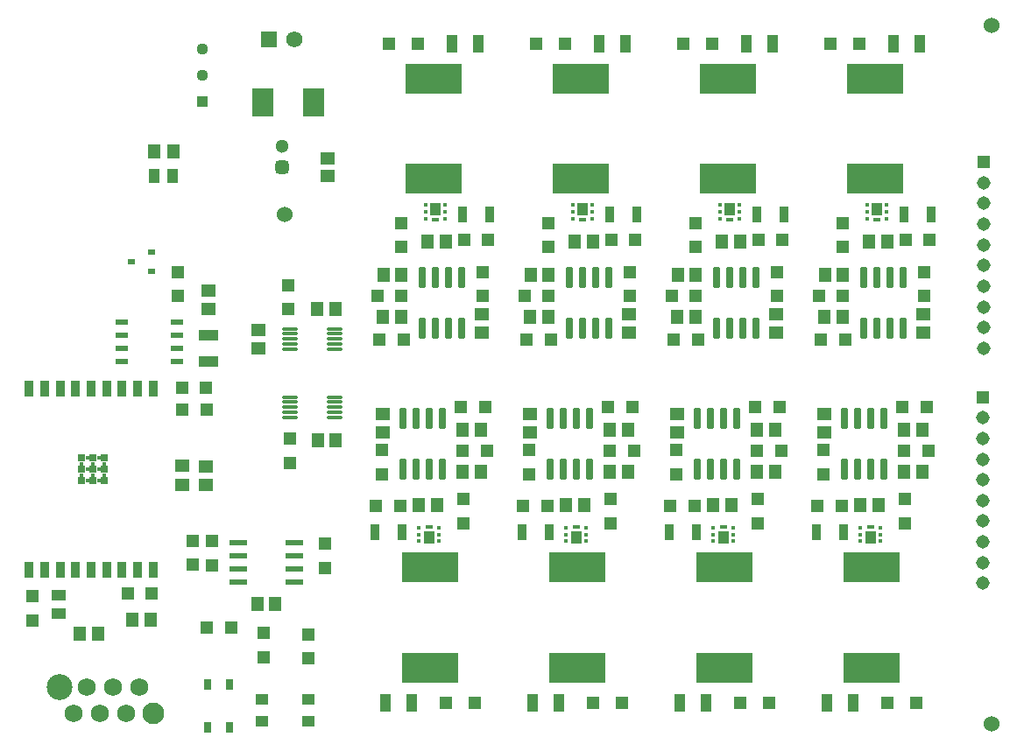
<source format=gbr>
G04*
G04 #@! TF.GenerationSoftware,Altium Limited,Altium Designer,24.0.1 (36)*
G04*
G04 Layer_Color=255*
%FSLAX25Y25*%
%MOIN*%
G70*
G04*
G04 #@! TF.SameCoordinates,A2E01C4A-C41F-4235-85C4-DC12FCC8AE1E*
G04*
G04*
G04 #@! TF.FilePolarity,Positive*
G04*
G01*
G75*
G04:AMPARAMS|DCode=23|XSize=77.56mil|YSize=23.62mil|CornerRadius=2.95mil|HoleSize=0mil|Usage=FLASHONLY|Rotation=90.000|XOffset=0mil|YOffset=0mil|HoleType=Round|Shape=RoundedRectangle|*
%AMROUNDEDRECTD23*
21,1,0.07756,0.01772,0,0,90.0*
21,1,0.07165,0.02362,0,0,90.0*
1,1,0.00591,0.00886,0.03583*
1,1,0.00591,0.00886,-0.03583*
1,1,0.00591,-0.00886,-0.03583*
1,1,0.00591,-0.00886,0.03583*
%
%ADD23ROUNDEDRECTD23*%
%ADD24R,0.04528X0.04528*%
%ADD25R,0.03764X0.06338*%
%ADD26R,0.04528X0.04528*%
%ADD27R,0.21260X0.11417*%
%ADD28R,0.04567X0.05787*%
%ADD29R,0.04353X0.06528*%
%ADD30R,0.05787X0.04567*%
G04:AMPARAMS|DCode=31|XSize=57.87mil|YSize=11.02mil|CornerRadius=1.38mil|HoleSize=0mil|Usage=FLASHONLY|Rotation=0.000|XOffset=0mil|YOffset=0mil|HoleType=Round|Shape=RoundedRectangle|*
%AMROUNDEDRECTD31*
21,1,0.05787,0.00827,0,0,0.0*
21,1,0.05512,0.01102,0,0,0.0*
1,1,0.00276,0.02756,-0.00413*
1,1,0.00276,-0.02756,-0.00413*
1,1,0.00276,-0.02756,0.00413*
1,1,0.00276,0.02756,0.00413*
%
%ADD31ROUNDEDRECTD31*%
%ADD32R,0.03543X0.05906*%
%ADD33R,0.02756X0.02756*%
%ADD34R,0.04685X0.05787*%
%ADD35R,0.04252X0.05591*%
%ADD36R,0.08465X0.11024*%
%ADD37R,0.05591X0.04252*%
%ADD38R,0.06634X0.02134*%
%ADD39R,0.05787X0.04685*%
%ADD40R,0.07480X0.04331*%
%ADD41R,0.05118X0.04331*%
%ADD42R,0.02559X0.04134*%
%ADD43R,0.05118X0.02362*%
%ADD48R,0.02598X0.01378*%
%ADD49R,0.04331X0.04921*%
%ADD50R,0.01693X0.01378*%
%ADD51R,0.04724X0.04724*%
%ADD79R,0.02756X0.02362*%
%ADD83C,0.06000*%
%ADD84R,0.06201X0.06201*%
%ADD85C,0.06201*%
%ADD86C,0.01575*%
%ADD87R,0.04449X0.04449*%
%ADD88C,0.04449*%
%ADD89C,0.05118*%
G04:AMPARAMS|DCode=90|XSize=51.18mil|YSize=51.18mil|CornerRadius=12.8mil|HoleSize=0mil|Usage=FLASHONLY|Rotation=270.000|XOffset=0mil|YOffset=0mil|HoleType=Round|Shape=RoundedRectangle|*
%AMROUNDEDRECTD90*
21,1,0.05118,0.02559,0,0,270.0*
21,1,0.02559,0.05118,0,0,270.0*
1,1,0.02559,-0.01280,-0.01280*
1,1,0.02559,-0.01280,0.01280*
1,1,0.02559,0.01280,0.01280*
1,1,0.02559,0.01280,-0.01280*
%
%ADD90ROUNDEDRECTD90*%
%ADD91C,0.05150*%
%ADD92R,0.05150X0.05150*%
%ADD93C,0.08268*%
%ADD94C,0.06890*%
%ADD95C,0.09843*%
D23*
X357365Y364635D02*
D03*
X362365D02*
D03*
X367365D02*
D03*
X372365D02*
D03*
Y384084D02*
D03*
X367365D02*
D03*
X362365D02*
D03*
X357365D02*
D03*
X525365Y364635D02*
D03*
X530365D02*
D03*
X535365D02*
D03*
X540365D02*
D03*
Y384084D02*
D03*
X535365D02*
D03*
X530365D02*
D03*
X525365D02*
D03*
X364960Y330400D02*
D03*
X359960D02*
D03*
X354960D02*
D03*
X349960D02*
D03*
Y310952D02*
D03*
X354960D02*
D03*
X359960D02*
D03*
X364960D02*
D03*
X413365Y384084D02*
D03*
X418365D02*
D03*
X423365D02*
D03*
X428365D02*
D03*
Y364635D02*
D03*
X423365D02*
D03*
X418365D02*
D03*
X413365D02*
D03*
X469365Y384084D02*
D03*
X474365D02*
D03*
X479365D02*
D03*
X484365D02*
D03*
Y364635D02*
D03*
X479365D02*
D03*
X474365D02*
D03*
X469365D02*
D03*
X532960Y310952D02*
D03*
X527960D02*
D03*
X522960D02*
D03*
X517960D02*
D03*
Y330400D02*
D03*
X522960D02*
D03*
X527960D02*
D03*
X532960D02*
D03*
X476960Y310952D02*
D03*
X471960D02*
D03*
X466960D02*
D03*
X461960D02*
D03*
Y330400D02*
D03*
X466960D02*
D03*
X471960D02*
D03*
X476960D02*
D03*
X420960Y310952D02*
D03*
X415960D02*
D03*
X410960D02*
D03*
X405960D02*
D03*
Y330400D02*
D03*
X410960D02*
D03*
X415960D02*
D03*
X420960D02*
D03*
D24*
X350299Y360308D02*
D03*
X341047D02*
D03*
X373240Y398179D02*
D03*
X382492D02*
D03*
X340261Y376984D02*
D03*
X349513D02*
D03*
X509047Y360308D02*
D03*
X518299D02*
D03*
X550492Y398179D02*
D03*
X541240D02*
D03*
X517513Y376984D02*
D03*
X508261D02*
D03*
X381278Y334728D02*
D03*
X372026D02*
D03*
X339833Y296857D02*
D03*
X349085D02*
D03*
X372812Y318052D02*
D03*
X382064D02*
D03*
X254500Y263500D02*
D03*
X245248D02*
D03*
X406299Y360308D02*
D03*
X397047D02*
D03*
X396261Y376984D02*
D03*
X405513D02*
D03*
X429240Y398179D02*
D03*
X438492D02*
D03*
X462299Y360308D02*
D03*
X453047D02*
D03*
X452261Y376984D02*
D03*
X461513D02*
D03*
X485240Y398179D02*
D03*
X494492D02*
D03*
X540026Y334728D02*
D03*
X549278D02*
D03*
X550064Y318052D02*
D03*
X540812D02*
D03*
X517085Y296857D02*
D03*
X507833D02*
D03*
X484026Y334728D02*
D03*
X493278D02*
D03*
X494064Y318052D02*
D03*
X484812D02*
D03*
X461085Y296857D02*
D03*
X451833D02*
D03*
X428026Y334728D02*
D03*
X437278D02*
D03*
X438064Y318052D02*
D03*
X428812D02*
D03*
X405085Y296857D02*
D03*
X395833D02*
D03*
X265992Y333468D02*
D03*
X275244D02*
D03*
X265940Y342064D02*
D03*
X275192D02*
D03*
X284626Y250500D02*
D03*
X275374D02*
D03*
D25*
X382915Y407968D02*
D03*
X372670D02*
D03*
X540670D02*
D03*
X550915D02*
D03*
X405655Y287068D02*
D03*
X395410D02*
D03*
X349655D02*
D03*
X339410D02*
D03*
X428670Y407968D02*
D03*
X438915D02*
D03*
X494915D02*
D03*
X484670D02*
D03*
X507410Y287068D02*
D03*
X517655D02*
D03*
X451410D02*
D03*
X461655D02*
D03*
D26*
X349393Y395528D02*
D03*
Y404780D02*
D03*
X380431Y376839D02*
D03*
Y386091D02*
D03*
X517393Y404780D02*
D03*
Y395528D02*
D03*
X548431Y386091D02*
D03*
Y376839D02*
D03*
X372932Y290256D02*
D03*
Y299508D02*
D03*
X341894Y308945D02*
D03*
Y318197D02*
D03*
X306500Y381126D02*
D03*
Y371874D02*
D03*
X307000Y313248D02*
D03*
Y322500D02*
D03*
X436431Y376839D02*
D03*
Y386091D02*
D03*
X405393Y395528D02*
D03*
Y404780D02*
D03*
X492431Y376839D02*
D03*
Y386091D02*
D03*
X461393Y395528D02*
D03*
Y404780D02*
D03*
X509894Y318197D02*
D03*
Y308945D02*
D03*
X540932Y299508D02*
D03*
Y290256D02*
D03*
X453894Y318197D02*
D03*
Y308945D02*
D03*
X484932Y299508D02*
D03*
Y290256D02*
D03*
X397894Y318197D02*
D03*
Y308945D02*
D03*
X428932Y299508D02*
D03*
Y290256D02*
D03*
X320500Y273248D02*
D03*
Y282500D02*
D03*
X277500Y283626D02*
D03*
Y274374D02*
D03*
X269935Y274526D02*
D03*
Y283778D02*
D03*
X264500Y386126D02*
D03*
Y376874D02*
D03*
X297000Y248626D02*
D03*
Y239374D02*
D03*
X314000Y248126D02*
D03*
Y238874D02*
D03*
X209000Y253374D02*
D03*
Y262626D02*
D03*
D27*
X361849Y421511D02*
D03*
Y459699D02*
D03*
X529849Y421511D02*
D03*
Y459699D02*
D03*
X360476Y235336D02*
D03*
Y273526D02*
D03*
X417849Y421511D02*
D03*
Y459699D02*
D03*
X473849Y421511D02*
D03*
Y459699D02*
D03*
X528476Y273526D02*
D03*
Y235336D02*
D03*
X472476Y273526D02*
D03*
Y235336D02*
D03*
X416476Y273526D02*
D03*
Y235336D02*
D03*
D28*
X342566Y385076D02*
D03*
X349495D02*
D03*
X342535Y368974D02*
D03*
X349464D02*
D03*
X366343Y397736D02*
D03*
X359414D02*
D03*
X517495Y385076D02*
D03*
X510566D02*
D03*
X517464Y368974D02*
D03*
X510535D02*
D03*
X527414Y397736D02*
D03*
X534343D02*
D03*
X372830Y309960D02*
D03*
X379759D02*
D03*
X372861Y326062D02*
D03*
X379790D02*
D03*
X362911Y297300D02*
D03*
X355982D02*
D03*
X227060Y248292D02*
D03*
X233989D02*
D03*
X398566Y385076D02*
D03*
X405495D02*
D03*
X398535Y368974D02*
D03*
X405464D02*
D03*
X422343Y397736D02*
D03*
X415414D02*
D03*
X454566Y385076D02*
D03*
X461495D02*
D03*
X454535Y368974D02*
D03*
X461464D02*
D03*
X478343Y397736D02*
D03*
X471414D02*
D03*
X547759Y309960D02*
D03*
X540830D02*
D03*
X547790Y326062D02*
D03*
X540861D02*
D03*
X523982Y297300D02*
D03*
X530911D02*
D03*
X491759Y309960D02*
D03*
X484830D02*
D03*
X491790Y326062D02*
D03*
X484861D02*
D03*
X467982Y297300D02*
D03*
X474911D02*
D03*
X435759Y309960D02*
D03*
X428830D02*
D03*
X435790Y326062D02*
D03*
X428861D02*
D03*
X411982Y297300D02*
D03*
X418911D02*
D03*
X317571Y322000D02*
D03*
X324500D02*
D03*
X294571Y259500D02*
D03*
X301500D02*
D03*
X317535Y372000D02*
D03*
X324465D02*
D03*
X253929Y253500D02*
D03*
X247000D02*
D03*
D29*
X378873Y473105D02*
D03*
X368824D02*
D03*
X536824D02*
D03*
X546874D02*
D03*
X353501Y221931D02*
D03*
X343451D02*
D03*
X424824Y473105D02*
D03*
X434873D02*
D03*
X490873D02*
D03*
X480824D02*
D03*
X511451Y221931D02*
D03*
X521501D02*
D03*
X455451D02*
D03*
X465501D02*
D03*
X399451D02*
D03*
X409501D02*
D03*
D30*
X379995Y363080D02*
D03*
Y370010D02*
D03*
X547995D02*
D03*
Y363080D02*
D03*
X342330Y325026D02*
D03*
Y331956D02*
D03*
X295052Y356998D02*
D03*
Y363927D02*
D03*
X276000Y372035D02*
D03*
Y378965D02*
D03*
X275000Y311965D02*
D03*
Y305035D02*
D03*
X435995Y363080D02*
D03*
Y370010D02*
D03*
X491995Y363080D02*
D03*
Y370010D02*
D03*
X510330Y331956D02*
D03*
Y325026D02*
D03*
X454330Y331956D02*
D03*
Y325026D02*
D03*
X398330Y331956D02*
D03*
Y325026D02*
D03*
X321500Y422535D02*
D03*
Y429465D02*
D03*
D31*
X307035Y338437D02*
D03*
Y336469D02*
D03*
Y334500D02*
D03*
Y332531D02*
D03*
Y330563D02*
D03*
X323965D02*
D03*
Y332531D02*
D03*
Y334500D02*
D03*
Y336469D02*
D03*
Y338437D02*
D03*
Y364437D02*
D03*
Y362469D02*
D03*
Y360500D02*
D03*
Y358531D02*
D03*
Y356563D02*
D03*
X307035D02*
D03*
Y358531D02*
D03*
Y360500D02*
D03*
Y362469D02*
D03*
Y364437D02*
D03*
D32*
X207760Y272602D02*
D03*
X213665D02*
D03*
X219571D02*
D03*
X225476D02*
D03*
X231382D02*
D03*
X237287D02*
D03*
X243193D02*
D03*
X249098D02*
D03*
X255004D02*
D03*
Y341500D02*
D03*
X249098D02*
D03*
X243193D02*
D03*
X237287D02*
D03*
X231382D02*
D03*
X225476D02*
D03*
X219571D02*
D03*
X213665D02*
D03*
X207760D02*
D03*
D33*
X232169Y310831D02*
D03*
Y315161D02*
D03*
Y306500D02*
D03*
X227839D02*
D03*
Y310831D02*
D03*
Y315161D02*
D03*
X236500D02*
D03*
Y310831D02*
D03*
Y306500D02*
D03*
D34*
X262583Y432000D02*
D03*
X255417D02*
D03*
D35*
X262524Y422500D02*
D03*
X255476D02*
D03*
D36*
X296835Y450500D02*
D03*
X316165D02*
D03*
D37*
X219000Y263047D02*
D03*
Y256000D02*
D03*
D38*
X308575Y268000D02*
D03*
Y273000D02*
D03*
Y278000D02*
D03*
Y283000D02*
D03*
X287425D02*
D03*
Y278000D02*
D03*
Y273000D02*
D03*
Y268000D02*
D03*
D39*
X266000Y312165D02*
D03*
Y305000D02*
D03*
D40*
X276000Y352079D02*
D03*
Y361921D02*
D03*
D41*
X296500Y223134D02*
D03*
Y214866D02*
D03*
X314000Y223134D02*
D03*
Y214866D02*
D03*
D42*
X284021Y228854D02*
D03*
X275556D02*
D03*
X284021Y212516D02*
D03*
X275556D02*
D03*
D43*
X243067Y352000D02*
D03*
Y357000D02*
D03*
Y362000D02*
D03*
Y367000D02*
D03*
X263933D02*
D03*
Y362000D02*
D03*
Y357000D02*
D03*
Y352000D02*
D03*
D48*
X362444Y405933D02*
D03*
X530444D02*
D03*
X359880Y289103D02*
D03*
X418444Y405933D02*
D03*
X474444D02*
D03*
X527880Y289103D02*
D03*
X471880D02*
D03*
X415880D02*
D03*
D49*
X362444Y410107D02*
D03*
X530444D02*
D03*
X359880Y284929D02*
D03*
X418444Y410107D02*
D03*
X474444D02*
D03*
X527880Y284929D02*
D03*
X471880D02*
D03*
X415880D02*
D03*
D50*
X366126Y411544D02*
D03*
Y408985D02*
D03*
Y406426D02*
D03*
X358763D02*
D03*
Y408985D02*
D03*
Y411544D02*
D03*
X526763D02*
D03*
Y408985D02*
D03*
Y406426D02*
D03*
X534126D02*
D03*
Y408985D02*
D03*
Y411544D02*
D03*
X363562Y283492D02*
D03*
Y286051D02*
D03*
Y288610D02*
D03*
X356199D02*
D03*
Y286051D02*
D03*
Y283492D02*
D03*
X422126Y411544D02*
D03*
Y408985D02*
D03*
Y406426D02*
D03*
X414763D02*
D03*
Y408985D02*
D03*
Y411544D02*
D03*
X478126D02*
D03*
Y408985D02*
D03*
Y406426D02*
D03*
X470763D02*
D03*
Y408985D02*
D03*
Y411544D02*
D03*
X524199Y283492D02*
D03*
Y286051D02*
D03*
Y288610D02*
D03*
X531562D02*
D03*
Y286051D02*
D03*
Y283492D02*
D03*
X468199D02*
D03*
Y286051D02*
D03*
Y288610D02*
D03*
X475562D02*
D03*
Y286051D02*
D03*
Y283492D02*
D03*
X412199D02*
D03*
Y286051D02*
D03*
Y288610D02*
D03*
X419561D02*
D03*
Y286051D02*
D03*
Y283492D02*
D03*
D51*
X344837Y473105D02*
D03*
X355861D02*
D03*
X523861D02*
D03*
X512837D02*
D03*
X366464Y221931D02*
D03*
X377488D02*
D03*
X400837Y473105D02*
D03*
X411861D02*
D03*
X456837D02*
D03*
X467861D02*
D03*
X545488Y221931D02*
D03*
X534464D02*
D03*
X489488D02*
D03*
X478464D02*
D03*
X433488D02*
D03*
X422464D02*
D03*
D79*
X254437Y393740D02*
D03*
Y386260D02*
D03*
X246563Y390000D02*
D03*
D83*
X305000Y408000D02*
D03*
X574000Y214000D02*
D03*
Y480000D02*
D03*
D84*
X299000Y474500D02*
D03*
D85*
X308842D02*
D03*
D86*
X227839Y312996D02*
D03*
X230004Y315161D02*
D03*
X234335D02*
D03*
X227839Y308665D02*
D03*
X232169Y312996D02*
D03*
X230004Y310831D02*
D03*
Y306500D02*
D03*
X232169Y308665D02*
D03*
X236500Y312996D02*
D03*
Y308665D02*
D03*
X234335Y310831D02*
D03*
Y306500D02*
D03*
D87*
X273693Y451000D02*
D03*
D88*
Y461000D02*
D03*
Y471000D02*
D03*
D89*
X304000Y433937D02*
D03*
D90*
Y426063D02*
D03*
D91*
X570737Y267514D02*
D03*
Y275389D02*
D03*
Y283262D02*
D03*
Y291137D02*
D03*
Y299010D02*
D03*
Y306885D02*
D03*
Y314758D02*
D03*
Y322633D02*
D03*
Y330507D02*
D03*
X571026Y357043D02*
D03*
Y364917D02*
D03*
Y372791D02*
D03*
Y380665D02*
D03*
Y388539D02*
D03*
Y396413D02*
D03*
Y404287D02*
D03*
Y412161D02*
D03*
Y420035D02*
D03*
D92*
X570737Y338381D02*
D03*
X571026Y427909D02*
D03*
D93*
X255000Y218000D02*
D03*
D94*
X244764D02*
D03*
X234764D02*
D03*
X249764Y228000D02*
D03*
X239764D02*
D03*
X224764Y218000D02*
D03*
X229764Y228000D02*
D03*
D95*
X219528D02*
D03*
M02*

</source>
